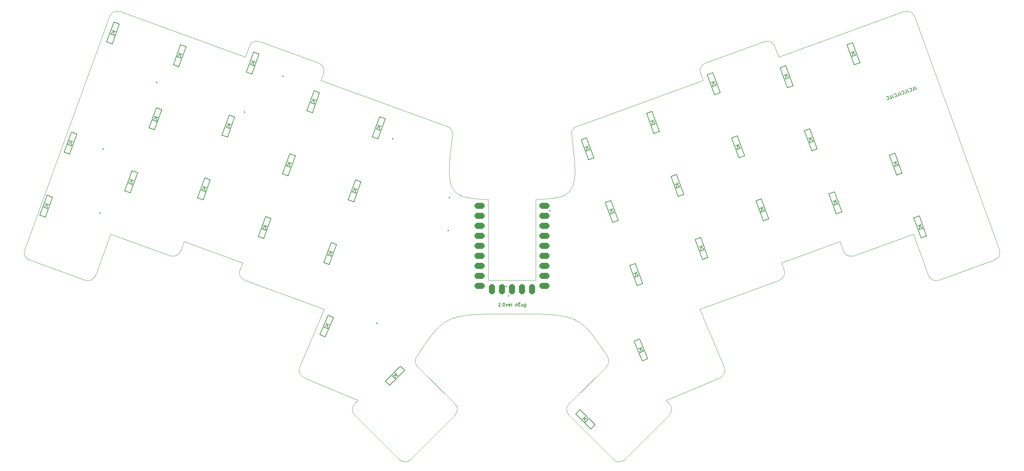
<source format=gbr>
%TF.GenerationSoftware,KiCad,Pcbnew,(6.0.11)*%
%TF.CreationDate,2023-05-16T20:57:37+09:00*%
%TF.ProjectId,gu34,67753334-2e6b-4696-9361-645f70636258,rev?*%
%TF.SameCoordinates,Original*%
%TF.FileFunction,Legend,Bot*%
%TF.FilePolarity,Positive*%
%FSLAX46Y46*%
G04 Gerber Fmt 4.6, Leading zero omitted, Abs format (unit mm)*
G04 Created by KiCad (PCBNEW (6.0.11)) date 2023-05-16 20:57:37*
%MOMM*%
%LPD*%
G01*
G04 APERTURE LIST*
G04 Aperture macros list*
%AMRoundRect*
0 Rectangle with rounded corners*
0 $1 Rounding radius*
0 $2 $3 $4 $5 $6 $7 $8 $9 X,Y pos of 4 corners*
0 Add a 4 corners polygon primitive as box body*
4,1,4,$2,$3,$4,$5,$6,$7,$8,$9,$2,$3,0*
0 Add four circle primitives for the rounded corners*
1,1,$1+$1,$2,$3*
1,1,$1+$1,$4,$5*
1,1,$1+$1,$6,$7*
1,1,$1+$1,$8,$9*
0 Add four rect primitives between the rounded corners*
20,1,$1+$1,$2,$3,$4,$5,0*
20,1,$1+$1,$4,$5,$6,$7,0*
20,1,$1+$1,$6,$7,$8,$9,0*
20,1,$1+$1,$8,$9,$2,$3,0*%
%AMRotRect*
0 Rectangle, with rotation*
0 The origin of the aperture is its center*
0 $1 length*
0 $2 width*
0 $3 Rotation angle, in degrees counterclockwise*
0 Add horizontal line*
21,1,$1,$2,0,0,$3*%
G04 Aperture macros list end*
%ADD10C,0.150000*%
%TA.AperFunction,Profile*%
%ADD11C,0.100000*%
%TD*%
%ADD12C,0.100000*%
%ADD13C,0.350000*%
%ADD14RotRect,1.300000X0.950000X250.000000*%
%ADD15C,3.400000*%
%ADD16C,1.700000*%
%ADD17C,2.000000*%
%ADD18RotRect,1.300000X0.950000X290.000000*%
%ADD19RotRect,1.300000X0.950000X225.000000*%
%ADD20RotRect,1.300000X0.950000X315.000000*%
%ADD21RotRect,1.300000X0.950000X293.000000*%
%ADD22RoundRect,0.400000X-0.900000X-0.400000X0.900000X-0.400000X0.900000X0.400000X-0.900000X0.400000X0*%
%ADD23RoundRect,0.400050X-0.899950X-0.400050X0.899950X-0.400050X0.899950X0.400050X-0.899950X0.400050X0*%
%ADD24RoundRect,0.400000X-0.400000X-0.900000X0.400000X-0.900000X0.400000X0.900000X-0.400000X0.900000X0*%
%ADD25RoundRect,0.393700X-0.393700X-0.906300X0.393700X-0.906300X0.393700X0.906300X-0.393700X0.906300X0*%
%ADD26RotRect,1.300000X0.950000X247.000000*%
G04 APERTURE END LIST*
D10*
X145464761Y-92058571D02*
X145464761Y-92706190D01*
X145502857Y-92782380D01*
X145540952Y-92820476D01*
X145617142Y-92858571D01*
X145731428Y-92858571D01*
X145807619Y-92820476D01*
X145464761Y-92553809D02*
X145540952Y-92591904D01*
X145693333Y-92591904D01*
X145769523Y-92553809D01*
X145807619Y-92515714D01*
X145845714Y-92439523D01*
X145845714Y-92210952D01*
X145807619Y-92134761D01*
X145769523Y-92096666D01*
X145693333Y-92058571D01*
X145540952Y-92058571D01*
X145464761Y-92096666D01*
X144740952Y-92058571D02*
X144740952Y-92591904D01*
X145083809Y-92058571D02*
X145083809Y-92477619D01*
X145045714Y-92553809D01*
X144969523Y-92591904D01*
X144855238Y-92591904D01*
X144779047Y-92553809D01*
X144740952Y-92515714D01*
X144436190Y-91791904D02*
X143940952Y-91791904D01*
X144207619Y-92096666D01*
X144093333Y-92096666D01*
X144017142Y-92134761D01*
X143979047Y-92172857D01*
X143940952Y-92249047D01*
X143940952Y-92439523D01*
X143979047Y-92515714D01*
X144017142Y-92553809D01*
X144093333Y-92591904D01*
X144321904Y-92591904D01*
X144398095Y-92553809D01*
X144436190Y-92515714D01*
X143255238Y-92058571D02*
X143255238Y-92591904D01*
X143445714Y-91753809D02*
X143636190Y-92325238D01*
X143140952Y-92325238D01*
X142226666Y-92591904D02*
X142226666Y-92058571D01*
X142226666Y-92210952D02*
X142188571Y-92134761D01*
X142150476Y-92096666D01*
X142074285Y-92058571D01*
X141998095Y-92058571D01*
X141426666Y-92553809D02*
X141502857Y-92591904D01*
X141655238Y-92591904D01*
X141731428Y-92553809D01*
X141769523Y-92477619D01*
X141769523Y-92172857D01*
X141731428Y-92096666D01*
X141655238Y-92058571D01*
X141502857Y-92058571D01*
X141426666Y-92096666D01*
X141388571Y-92172857D01*
X141388571Y-92249047D01*
X141769523Y-92325238D01*
X141121904Y-92058571D02*
X140931428Y-92591904D01*
X140740952Y-92058571D01*
X140283809Y-91791904D02*
X140207619Y-91791904D01*
X140131428Y-91830000D01*
X140093333Y-91868095D01*
X140055238Y-91944285D01*
X140017142Y-92096666D01*
X140017142Y-92287142D01*
X140055238Y-92439523D01*
X140093333Y-92515714D01*
X140131428Y-92553809D01*
X140207619Y-92591904D01*
X140283809Y-92591904D01*
X140360000Y-92553809D01*
X140398095Y-92515714D01*
X140436190Y-92439523D01*
X140474285Y-92287142D01*
X140474285Y-92096666D01*
X140436190Y-91944285D01*
X140398095Y-91868095D01*
X140360000Y-91830000D01*
X140283809Y-91791904D01*
X139674285Y-92515714D02*
X139636190Y-92553809D01*
X139674285Y-92591904D01*
X139712380Y-92553809D01*
X139674285Y-92515714D01*
X139674285Y-92591904D01*
X138874285Y-92591904D02*
X139331428Y-92591904D01*
X139102857Y-92591904D02*
X139102857Y-91791904D01*
X139179047Y-91906190D01*
X139255238Y-91982380D01*
X139331428Y-92020476D01*
X244342550Y-36854479D02*
X244537990Y-37391446D01*
X244612876Y-37485810D01*
X244710530Y-37531347D01*
X244830953Y-37528057D01*
X244902549Y-37501998D01*
X243900210Y-37866820D02*
X244258188Y-37736526D01*
X243984572Y-36984772D01*
X243193993Y-38042781D02*
X243242820Y-38065550D01*
X243363243Y-38062260D01*
X243434838Y-38036201D01*
X243529202Y-37961315D01*
X243574739Y-37863661D01*
X243584479Y-37779036D01*
X243568159Y-37622815D01*
X243529071Y-37515422D01*
X243441156Y-37385260D01*
X243379299Y-37326694D01*
X243281645Y-37281157D01*
X243161222Y-37284447D01*
X243089627Y-37310506D01*
X242995262Y-37385391D01*
X242972494Y-37434219D01*
X242409468Y-37558063D02*
X242604908Y-38095030D01*
X242679794Y-38189394D01*
X242777448Y-38234931D01*
X242897871Y-38231641D01*
X242969467Y-38205582D01*
X241967128Y-38570404D02*
X242325106Y-38440111D01*
X242051490Y-37688356D01*
X241260911Y-38746366D02*
X241309738Y-38769134D01*
X241430161Y-38765844D01*
X241501756Y-38739785D01*
X241596120Y-38664900D01*
X241641657Y-38567245D01*
X241651397Y-38482620D01*
X241635077Y-38326400D01*
X241595989Y-38219006D01*
X241508074Y-38088844D01*
X241446217Y-38030278D01*
X241348563Y-37984741D01*
X241228140Y-37988031D01*
X241156545Y-38014090D01*
X241062181Y-38088976D01*
X241039412Y-38137803D01*
X240476386Y-38261647D02*
X240671826Y-38798615D01*
X240746712Y-38892979D01*
X240844366Y-38938516D01*
X240964789Y-38935225D01*
X241036385Y-38909167D01*
X240034046Y-39273988D02*
X240392024Y-39143695D01*
X240118408Y-38391941D01*
X239327829Y-39449950D02*
X239376656Y-39472719D01*
X239497079Y-39469428D01*
X239568674Y-39443370D01*
X239663039Y-39368484D01*
X239708575Y-39270830D01*
X239718315Y-39186205D01*
X239701995Y-39029984D01*
X239662907Y-38922591D01*
X239574992Y-38792429D01*
X239513135Y-38733862D01*
X239415481Y-38688325D01*
X239295058Y-38691616D01*
X239223463Y-38717674D01*
X239129099Y-38792560D01*
X239106330Y-38841387D01*
X238543304Y-38965232D02*
X238738744Y-39502199D01*
X238813630Y-39596563D01*
X238911284Y-39642100D01*
X239031707Y-39638810D01*
X239103303Y-39612751D01*
X238100964Y-39977573D02*
X238458942Y-39847279D01*
X238185326Y-39095525D01*
X237394747Y-40153534D02*
X237443574Y-40176303D01*
X237563997Y-40173013D01*
X237635592Y-40146954D01*
X237729957Y-40072068D01*
X237775493Y-39974414D01*
X237785233Y-39889789D01*
X237768913Y-39733568D01*
X237729825Y-39626175D01*
X237641910Y-39496013D01*
X237580053Y-39437447D01*
X237482399Y-39391910D01*
X237361976Y-39395200D01*
X237290381Y-39421259D01*
X237196017Y-39496144D01*
X237173248Y-39544972D01*
D11*
X210582773Y-81577077D02*
X211252397Y-83416855D01*
X88494956Y-108075051D02*
G75*
G03*
X89554561Y-110697548I1841044J-781449D01*
G01*
X95346573Y-113156111D02*
X103289125Y-116527525D01*
X78322834Y-25428801D02*
G75*
G03*
X75759393Y-26624187I-684034J-1879399D01*
G01*
X42954792Y-17793857D02*
G75*
G03*
X40391368Y-18989196I-684042J-1879383D01*
G01*
D12*
X166485012Y-105404977D02*
X165843422Y-104418288D01*
X165235255Y-103493247D01*
X164656430Y-102627865D01*
X164102870Y-101820152D01*
X163570495Y-101068122D01*
X163055227Y-100369784D01*
X162552988Y-99723150D01*
X162059698Y-99126231D01*
X161571279Y-98577040D01*
X161083652Y-98073587D01*
X160592739Y-97613884D01*
X160094461Y-97195942D01*
X159584739Y-96817772D01*
X159059494Y-96477386D01*
X158514648Y-96172795D01*
X157946123Y-95902011D01*
X157349839Y-95663045D01*
X156721718Y-95453908D01*
X156057681Y-95272612D01*
X155353649Y-95117168D01*
X154605545Y-94985587D01*
X153809288Y-94875882D01*
X152960801Y-94786062D01*
X152056005Y-94714140D01*
X151090820Y-94658127D01*
X150061169Y-94616035D01*
X148962973Y-94585874D01*
X147792153Y-94565656D01*
X146544630Y-94553393D01*
X145216326Y-94547096D01*
X143803162Y-94544776D01*
X142301060Y-94544445D01*
D11*
X241647326Y-17793851D02*
X209842120Y-29370000D01*
X148301060Y-86044445D02*
X142301060Y-86044445D01*
X36782901Y-84795311D02*
X40599548Y-74309162D01*
X78322819Y-25428843D02*
X93357901Y-30901165D01*
X244002572Y-74309162D02*
X228850905Y-79823917D01*
D12*
X127212923Y-49078253D02*
X127059566Y-50372382D01*
X126918517Y-51596863D01*
X126791366Y-52753624D01*
X126679703Y-53844590D01*
X126585120Y-54871688D01*
X126509208Y-55836845D01*
X126453558Y-56741987D01*
X126419761Y-57589040D01*
X126409407Y-58379931D01*
X126424088Y-59116586D01*
X126465395Y-59800932D01*
X126534919Y-60434895D01*
X126634251Y-61020401D01*
X126764981Y-61559378D01*
X126928701Y-62053752D01*
X127127002Y-62505448D01*
X127361475Y-62916394D01*
X127633710Y-63288516D01*
X127945300Y-63623740D01*
X128297834Y-63923993D01*
X128692904Y-64191201D01*
X129132100Y-64427291D01*
X129617015Y-64634190D01*
X130149238Y-64813823D01*
X130730361Y-64968117D01*
X131361975Y-65098999D01*
X132045670Y-65208394D01*
X132783039Y-65298230D01*
X133575671Y-65370434D01*
X134425157Y-65426930D01*
X135333090Y-65469647D01*
X136301060Y-65500510D01*
D11*
X210057037Y-85980237D02*
G75*
G03*
X211252397Y-83416855I-683937J1879337D01*
G01*
X136301060Y-65544445D02*
X136301060Y-65500510D01*
X168042215Y-131541016D02*
G75*
G03*
X170870642Y-131541016I1414214J1414215D01*
G01*
X113731478Y-131541016D02*
G75*
G03*
X116559905Y-131541016I1414214J1414215D01*
G01*
X195047559Y-110697548D02*
X189255547Y-113156111D01*
X74019347Y-81577077D02*
X73349723Y-83416855D01*
X148301060Y-65544445D02*
X148301060Y-86044445D01*
X89554561Y-110697548D02*
X95346573Y-113156111D01*
X40391368Y-18989196D02*
X18819580Y-78257197D01*
X94553246Y-33464590D02*
X93883621Y-35304368D01*
X189850290Y-93334940D02*
X196107106Y-108075076D01*
X118117153Y-105405006D02*
G75*
G03*
X118381403Y-107906670I1678447J-1087494D01*
G01*
X247819286Y-84795286D02*
G75*
G03*
X250382644Y-85990656I1879314J683886D01*
G01*
X264587195Y-80820622D02*
X250382644Y-85990656D01*
X93883621Y-35304368D02*
X125911108Y-46961420D01*
X206279301Y-25428843D02*
X191244219Y-30901165D01*
X136301060Y-86044445D02*
X142301060Y-86044445D01*
X103289125Y-116527525D02*
X102417769Y-117398880D01*
X20014925Y-80820622D02*
X34219476Y-85990656D01*
X191244209Y-30901138D02*
G75*
G03*
X190048874Y-33464590I683991J-1879362D01*
G01*
X182184351Y-120227307D02*
X170870642Y-131541016D01*
X156728507Y-117398880D02*
X166220717Y-107906670D01*
X94751830Y-93334940D02*
X88495014Y-108075076D01*
X168042215Y-131541016D02*
X156728507Y-120227307D01*
X210057053Y-85980280D02*
X189850290Y-93334940D01*
X148301060Y-65544445D02*
X148301060Y-65500510D01*
X189255547Y-113156111D02*
X181312995Y-116527525D01*
X94553328Y-33464620D02*
G75*
G03*
X93357901Y-30901165I-1879428J684020D01*
G01*
X182184357Y-120227313D02*
G75*
G03*
X182184351Y-117398880I-1414257J1414213D01*
G01*
X181312995Y-116527525D02*
X182184351Y-117398880D01*
X190048874Y-33464590D02*
X190718499Y-35304368D01*
X18819555Y-78257188D02*
G75*
G03*
X20014925Y-80820622I1879445J-684012D01*
G01*
X42954794Y-17793851D02*
X74760000Y-29370000D01*
X247819219Y-84795311D02*
X244002572Y-74309162D01*
X209842120Y-29370000D02*
X208842727Y-26624187D01*
X226287480Y-78628572D02*
X225398009Y-76184772D01*
X116559905Y-131541016D02*
X127873613Y-120227307D01*
X59204111Y-76184772D02*
X74019347Y-81577077D01*
X208842782Y-26624167D02*
G75*
G03*
X206279301Y-25428843I-1879382J-684033D01*
G01*
X244210828Y-18989168D02*
G75*
G03*
X241647326Y-17793851I-1879428J-684132D01*
G01*
X40599548Y-74309162D02*
X55751215Y-79823917D01*
X225398009Y-76184772D02*
X210582773Y-81577077D01*
X34219463Y-85990692D02*
G75*
G03*
X36782901Y-84795311I684037J1879392D01*
G01*
X136301060Y-65544445D02*
X136301060Y-86044445D01*
D12*
X157389197Y-49078253D02*
X157542553Y-50372382D01*
X157683602Y-51596863D01*
X157810753Y-52753624D01*
X157922416Y-53844590D01*
X158016999Y-54871688D01*
X158092911Y-55836845D01*
X158148561Y-56741987D01*
X158182358Y-57589040D01*
X158192712Y-58379931D01*
X158178031Y-59116586D01*
X158136724Y-59800932D01*
X158067200Y-60434895D01*
X157967868Y-61020401D01*
X157837138Y-61559378D01*
X157673418Y-62053752D01*
X157475117Y-62505448D01*
X157240644Y-62916394D01*
X156968409Y-63288516D01*
X156656819Y-63623740D01*
X156304285Y-63923993D01*
X155909215Y-64191201D01*
X155470019Y-64427291D01*
X154985104Y-64634190D01*
X154452881Y-64813823D01*
X153871758Y-64968117D01*
X153240144Y-65098999D01*
X152556449Y-65208394D01*
X151819080Y-65298230D01*
X151026448Y-65370434D01*
X150176962Y-65426930D01*
X149269029Y-65469647D01*
X148301060Y-65500510D01*
D11*
X244210752Y-18989196D02*
X265782540Y-78257197D01*
X127873613Y-117398880D02*
X118381403Y-107906670D01*
X127873619Y-120227313D02*
G75*
G03*
X127873613Y-117398880I-1414219J1414213D01*
G01*
X264587170Y-80820552D02*
G75*
G03*
X265782540Y-78257197I-683970J1879352D01*
G01*
X158691035Y-46961484D02*
G75*
G03*
X157389197Y-49078253I684065J-1879416D01*
G01*
X74760000Y-29370000D02*
X75759393Y-26624187D01*
X195047539Y-110697500D02*
G75*
G03*
X196107106Y-108075076I-781439J1841000D01*
G01*
X156728513Y-117398886D02*
G75*
G03*
X156728507Y-120227307I1414187J-1414214D01*
G01*
X166220677Y-107906630D02*
G75*
G03*
X166485012Y-105404977I-1414277J1414230D01*
G01*
D12*
X118117108Y-105404977D02*
X118758697Y-104418288D01*
X119366864Y-103493247D01*
X119945689Y-102627865D01*
X120499249Y-101820152D01*
X121031624Y-101068122D01*
X121546892Y-100369784D01*
X122049131Y-99723150D01*
X122542421Y-99126231D01*
X123030840Y-98577040D01*
X123518467Y-98073587D01*
X124009380Y-97613884D01*
X124507658Y-97195942D01*
X125017380Y-96817772D01*
X125542625Y-96477386D01*
X126087471Y-96172795D01*
X126655996Y-95902011D01*
X127252280Y-95663045D01*
X127880401Y-95453908D01*
X128544438Y-95272612D01*
X129248470Y-95117168D01*
X129996574Y-94985587D01*
X130792831Y-94875882D01*
X131641318Y-94786062D01*
X132546115Y-94714140D01*
X133511299Y-94658127D01*
X134540950Y-94616035D01*
X135639146Y-94585874D01*
X136809966Y-94565656D01*
X138057489Y-94553393D01*
X139385793Y-94547096D01*
X140798957Y-94544776D01*
X142301060Y-94544445D01*
D11*
X102417775Y-117398886D02*
G75*
G03*
X102417769Y-120227307I1414225J-1414214D01*
G01*
X55751241Y-79823845D02*
G75*
G03*
X58314640Y-78628572I684059J1879345D01*
G01*
X58314640Y-78628572D02*
X59204111Y-76184772D01*
X127212938Y-49078255D02*
G75*
G03*
X125911108Y-46961420I-1985838J237455D01*
G01*
X190718499Y-35304368D02*
X158691012Y-46961420D01*
X102417769Y-120227307D02*
X113731478Y-131541016D01*
X226287504Y-78628563D02*
G75*
G03*
X228850905Y-79823917I1879396J684063D01*
G01*
X74545067Y-85980280D02*
X94751830Y-93334940D01*
X73349724Y-83416855D02*
G75*
G03*
X74545067Y-85980280I1879376J-684045D01*
G01*
D10*
%TO.C,D2*%
X57911315Y-31803685D02*
X59758224Y-26729345D01*
X58428836Y-29650856D02*
X57489144Y-29308836D01*
X57489144Y-29308836D02*
X58266808Y-28634123D01*
X58266808Y-28634123D02*
X58428836Y-29650856D01*
X58348685Y-26216315D02*
X56501776Y-31290655D01*
X56501776Y-31290655D02*
X57911315Y-31803685D01*
X59758224Y-26729345D02*
X58348685Y-26216315D01*
X58770856Y-28711164D02*
X57831164Y-28369144D01*
%TO.C,D3*%
X76391315Y-33703685D02*
X78238224Y-28629345D01*
X75969144Y-31208836D02*
X76746808Y-30534123D01*
X76908836Y-31550856D02*
X75969144Y-31208836D01*
X78238224Y-28629345D02*
X76828685Y-28116315D01*
X77250856Y-30611164D02*
X76311164Y-30269144D01*
X76828685Y-28116315D02*
X74981776Y-33190655D01*
X74981776Y-33190655D02*
X76391315Y-33703685D01*
X76746808Y-30534123D02*
X76908836Y-31550856D01*
%TO.C,D30*%
X246330856Y-72788836D02*
X245391164Y-73130856D01*
X245471315Y-69696315D02*
X244061776Y-70209345D01*
X247318224Y-74770655D02*
X245471315Y-69696315D01*
X245908685Y-75283685D02*
X247318224Y-74770655D01*
X245553192Y-72114123D02*
X246330856Y-72788836D01*
X245391164Y-73130856D02*
X245553192Y-72114123D01*
X245988836Y-71849144D02*
X245049144Y-72191164D01*
X244061776Y-70209345D02*
X245908685Y-75283685D01*
%TO.C,D32*%
X111962893Y-110280000D02*
X112952843Y-109997157D01*
X111291142Y-112719518D02*
X115109518Y-108901142D01*
X112952843Y-109997157D02*
X112670000Y-110987107D01*
X115109518Y-108901142D02*
X114048858Y-107840482D01*
X113377107Y-110280000D02*
X112670000Y-109572893D01*
X112670000Y-110987107D02*
X111962893Y-110280000D01*
X110230482Y-111658858D02*
X111291142Y-112719518D01*
X114048858Y-107840482D02*
X110230482Y-111658858D01*
%TO.C,D1*%
X41870856Y-22931164D02*
X40931164Y-22589144D01*
X41448685Y-20436315D02*
X39601776Y-25510655D01*
X41011315Y-26023685D02*
X42858224Y-20949345D01*
X40589144Y-23528836D02*
X41366808Y-22854123D01*
X39601776Y-25510655D02*
X41011315Y-26023685D01*
X41528836Y-23870856D02*
X40589144Y-23528836D01*
X42858224Y-20949345D02*
X41448685Y-20436315D01*
X41366808Y-22854123D02*
X41528836Y-23870856D01*
%TO.C,D16*%
X165941776Y-66279345D02*
X167788685Y-71353685D01*
X167351315Y-65766315D02*
X165941776Y-66279345D01*
X169198224Y-70840655D02*
X167351315Y-65766315D01*
X167433192Y-68184123D02*
X168210856Y-68858836D01*
X167271164Y-69200856D02*
X167433192Y-68184123D01*
X167868836Y-67919144D02*
X166929144Y-68261164D01*
X168210856Y-68858836D02*
X167271164Y-69200856D01*
X167788685Y-71353685D02*
X169198224Y-70840655D01*
%TO.C,D22*%
X46108836Y-61680856D02*
X45169144Y-61338836D01*
X46028685Y-58246315D02*
X44181776Y-63320655D01*
X45591315Y-63833685D02*
X47438224Y-58759345D01*
X45169144Y-61338836D02*
X45946808Y-60664123D01*
X46450856Y-60741164D02*
X45511164Y-60399144D01*
X44181776Y-63320655D02*
X45591315Y-63833685D01*
X47438224Y-58759345D02*
X46028685Y-58246315D01*
X45946808Y-60664123D02*
X46108836Y-61680856D01*
%TO.C,D33*%
X160627157Y-121047157D02*
X161617107Y-121330000D01*
X160910000Y-122037107D02*
X160627157Y-121047157D01*
X163349518Y-122708858D02*
X159531142Y-118890482D01*
X158470482Y-119951142D02*
X162288858Y-123769518D01*
X162288858Y-123769518D02*
X163349518Y-122708858D01*
X159531142Y-118890482D02*
X158470482Y-119951142D01*
X160910000Y-120622893D02*
X160202893Y-121330000D01*
X161617107Y-121330000D02*
X160910000Y-122037107D01*
%TO.C,D23*%
X64900856Y-62531164D02*
X63961164Y-62189144D01*
X64041315Y-65623685D02*
X65888224Y-60549345D01*
X64396808Y-62454123D02*
X64558836Y-63470856D01*
X64478685Y-60036315D02*
X62631776Y-65110655D01*
X65888224Y-60549345D02*
X64478685Y-60036315D01*
X63619144Y-63128836D02*
X64396808Y-62454123D01*
X64558836Y-63470856D02*
X63619144Y-63128836D01*
X62631776Y-65110655D02*
X64041315Y-65623685D01*
%TO.C,D25*%
X95599144Y-79558836D02*
X96376808Y-78884123D01*
X94611776Y-81540655D02*
X96021315Y-82053685D01*
X96880856Y-78961164D02*
X95941164Y-78619144D01*
X96021315Y-82053685D02*
X97868224Y-76979345D01*
X97868224Y-76979345D02*
X96458685Y-76466315D01*
X96458685Y-76466315D02*
X94611776Y-81540655D01*
X96376808Y-78884123D02*
X96538836Y-79900856D01*
X96538836Y-79900856D02*
X95599144Y-79558836D01*
%TO.C,D12*%
X52600856Y-44741164D02*
X51661164Y-44399144D01*
X51319144Y-45338836D02*
X52096808Y-44664123D01*
X51741315Y-47833685D02*
X53588224Y-42759345D01*
X52258836Y-45680856D02*
X51319144Y-45338836D01*
X50331776Y-47320655D02*
X51741315Y-47833685D01*
X52096808Y-44664123D02*
X52258836Y-45680856D01*
X53588224Y-42759345D02*
X52178685Y-42246315D01*
X52178685Y-42246315D02*
X50331776Y-47320655D01*
%TO.C,D19*%
X218640856Y-50678836D02*
X217701164Y-51020856D01*
X219628224Y-52660655D02*
X217781315Y-47586315D01*
X217863192Y-50004123D02*
X218640856Y-50678836D01*
X217781315Y-47586315D02*
X216371776Y-48099345D01*
X217701164Y-51020856D02*
X217863192Y-50004123D01*
X218218685Y-53173685D02*
X219628224Y-52660655D01*
X218298836Y-49739144D02*
X217359144Y-50081164D01*
X216371776Y-48099345D02*
X218218685Y-53173685D01*
%TO.C,D34*%
X175625618Y-103994887D02*
X174705113Y-104385618D01*
X174705113Y-104385618D02*
X174813708Y-103361798D01*
X174813708Y-103361798D02*
X175625618Y-103994887D01*
X175334595Y-106508411D02*
X176715353Y-105922315D01*
X176715353Y-105922315D02*
X174605405Y-100951589D01*
X173224647Y-101537685D02*
X175334595Y-106508411D01*
X175234887Y-103074382D02*
X174314382Y-103465113D01*
X174605405Y-100951589D02*
X173224647Y-101537685D01*
%TO.C,D21*%
X24930856Y-66891164D02*
X23991164Y-66549144D01*
X24508685Y-64396315D02*
X22661776Y-69470655D01*
X25918224Y-64909345D02*
X24508685Y-64396315D01*
X24071315Y-69983685D02*
X25918224Y-64909345D01*
X24426808Y-66814123D02*
X24588836Y-67830856D01*
X23649144Y-67488836D02*
X24426808Y-66814123D01*
X22661776Y-69470655D02*
X24071315Y-69983685D01*
X24588836Y-67830856D02*
X23649144Y-67488836D01*
%TO.C,D20*%
X240150856Y-56828836D02*
X239211164Y-57170856D01*
X239728685Y-59323685D02*
X241138224Y-58810655D01*
X239291315Y-53736315D02*
X237881776Y-54249345D01*
X237881776Y-54249345D02*
X239728685Y-59323685D01*
X239211164Y-57170856D02*
X239373192Y-56154123D01*
X241138224Y-58810655D02*
X239291315Y-53736315D01*
X239373192Y-56154123D02*
X240150856Y-56828836D01*
X239808836Y-55889144D02*
X238869144Y-56231164D01*
%TO.C,D14*%
X84171776Y-58960655D02*
X85581315Y-59473685D01*
X85936808Y-56304123D02*
X86098836Y-57320856D01*
X85159144Y-56978836D02*
X85936808Y-56304123D01*
X86018685Y-53886315D02*
X84171776Y-58960655D01*
X87428224Y-54399345D02*
X86018685Y-53886315D01*
X86098836Y-57320856D02*
X85159144Y-56978836D01*
X86440856Y-56381164D02*
X85501164Y-56039144D01*
X85581315Y-59473685D02*
X87428224Y-54399345D01*
%TO.C,D27*%
X191958224Y-80240655D02*
X190111315Y-75166315D01*
X190193192Y-77584123D02*
X190970856Y-78258836D01*
X190548685Y-80753685D02*
X191958224Y-80240655D01*
X190111315Y-75166315D02*
X188701776Y-75679345D01*
X190628836Y-77319144D02*
X189689144Y-77661164D01*
X190970856Y-78258836D02*
X190031164Y-78600856D01*
X190031164Y-78600856D02*
X190193192Y-77584123D01*
X188701776Y-75679345D02*
X190548685Y-80753685D01*
%TO.C,D24*%
X79868685Y-69846315D02*
X78021776Y-74920655D01*
X79786808Y-72264123D02*
X79948836Y-73280856D01*
X79948836Y-73280856D02*
X79009144Y-72938836D01*
X79009144Y-72938836D02*
X79786808Y-72264123D01*
X81278224Y-70359345D02*
X79868685Y-69846315D01*
X80290856Y-72341164D02*
X79351164Y-71999144D01*
X78021776Y-74920655D02*
X79431315Y-75433685D01*
X79431315Y-75433685D02*
X81278224Y-70359345D01*
%TO.C,D5*%
X109200856Y-47011164D02*
X108261164Y-46669144D01*
X107919144Y-47608836D02*
X108696808Y-46934123D01*
X108696808Y-46934123D02*
X108858836Y-47950856D01*
X106931776Y-49590655D02*
X108341315Y-50103685D01*
X108341315Y-50103685D02*
X110188224Y-45029345D01*
X110188224Y-45029345D02*
X108778685Y-44516315D01*
X108778685Y-44516315D02*
X106931776Y-49590655D01*
X108858836Y-47950856D02*
X107919144Y-47608836D01*
%TO.C,D28*%
X206350856Y-68428836D02*
X205411164Y-68770856D01*
X204081776Y-65849345D02*
X205928685Y-70923685D01*
X205928685Y-70923685D02*
X207338224Y-70410655D01*
X205411164Y-68770856D02*
X205573192Y-67754123D01*
X205573192Y-67754123D02*
X206350856Y-68428836D01*
X205491315Y-65336315D02*
X204081776Y-65849345D01*
X207338224Y-70410655D02*
X205491315Y-65336315D01*
X206008836Y-67489144D02*
X205069144Y-67831164D01*
%TO.C,D6*%
X161211315Y-49836315D02*
X159801776Y-50349345D01*
X161648685Y-55423685D02*
X163058224Y-54910655D01*
X162070856Y-52928836D02*
X161131164Y-53270856D01*
X161131164Y-53270856D02*
X161293192Y-52254123D01*
X161293192Y-52254123D02*
X162070856Y-52928836D01*
X163058224Y-54910655D02*
X161211315Y-49836315D01*
X161728836Y-51989144D02*
X160789144Y-52331164D01*
X159801776Y-50349345D02*
X161648685Y-55423685D01*
%TO.C,D11*%
X29809144Y-51508836D02*
X30586808Y-50834123D01*
X28821776Y-53490655D02*
X30231315Y-54003685D01*
X30668685Y-48416315D02*
X28821776Y-53490655D01*
X31090856Y-50911164D02*
X30151164Y-50569144D01*
X32078224Y-48929345D02*
X30668685Y-48416315D01*
X30586808Y-50834123D02*
X30748836Y-51850856D01*
X30231315Y-54003685D02*
X32078224Y-48929345D01*
X30748836Y-51850856D02*
X29809144Y-51508836D01*
%TO.C,D26*%
X172121776Y-82309345D02*
X173968685Y-87383685D01*
X173451164Y-85230856D02*
X173613192Y-84214123D01*
X174048836Y-83949144D02*
X173109144Y-84291164D01*
X173613192Y-84214123D02*
X174390856Y-84888836D01*
X173968685Y-87383685D02*
X175378224Y-86870655D01*
X174390856Y-84888836D02*
X173451164Y-85230856D01*
X175378224Y-86870655D02*
X173531315Y-81796315D01*
X173531315Y-81796315D02*
X172121776Y-82309345D01*
%TO.C,D13*%
X70221315Y-49663685D02*
X72068224Y-44589345D01*
X68811776Y-49150655D02*
X70221315Y-49663685D01*
X72068224Y-44589345D02*
X70658685Y-44076315D01*
X70658685Y-44076315D02*
X68811776Y-49150655D01*
X70576808Y-46494123D02*
X70738836Y-47510856D01*
X71080856Y-46571164D02*
X70141164Y-46229144D01*
X70738836Y-47510856D02*
X69799144Y-47168836D01*
X69799144Y-47168836D02*
X70576808Y-46494123D01*
%TO.C,D8*%
X195028224Y-38440655D02*
X193181315Y-33366315D01*
X191771776Y-33879345D02*
X193618685Y-38953685D01*
X193263192Y-35784123D02*
X194040856Y-36458836D01*
X193698836Y-35519144D02*
X192759144Y-35861164D01*
X193618685Y-38953685D02*
X195028224Y-38440655D01*
X194040856Y-36458836D02*
X193101164Y-36800856D01*
X193181315Y-33366315D02*
X191771776Y-33879345D01*
X193101164Y-36800856D02*
X193263192Y-35784123D01*
%TO.C,D17*%
X183901164Y-62630856D02*
X184063192Y-61614123D01*
X183981315Y-59196315D02*
X182571776Y-59709345D01*
X184063192Y-61614123D02*
X184840856Y-62288836D01*
X184840856Y-62288836D02*
X183901164Y-62630856D01*
X184418685Y-64783685D02*
X185828224Y-64270655D01*
X184498836Y-61349144D02*
X183559144Y-61691164D01*
X185828224Y-64270655D02*
X183981315Y-59196315D01*
X182571776Y-59709345D02*
X184418685Y-64783685D01*
%TO.C,D9*%
X212500856Y-34648836D02*
X211561164Y-34990856D01*
X212158836Y-33709144D02*
X211219144Y-34051164D01*
X211641315Y-31556315D02*
X210231776Y-32069345D01*
X210231776Y-32069345D02*
X212078685Y-37143685D01*
X213488224Y-36630655D02*
X211641315Y-31556315D01*
X211723192Y-33974123D02*
X212500856Y-34648836D01*
X211561164Y-34990856D02*
X211723192Y-33974123D01*
X212078685Y-37143685D02*
X213488224Y-36630655D01*
%TO.C,D4*%
X91299144Y-40988836D02*
X92076808Y-40314123D01*
X92580856Y-40391164D02*
X91641164Y-40049144D01*
X92158685Y-37896315D02*
X90311776Y-42970655D01*
X91721315Y-43483685D02*
X93568224Y-38409345D01*
X92076808Y-40314123D02*
X92238836Y-41330856D01*
X93568224Y-38409345D02*
X92158685Y-37896315D01*
X92238836Y-41330856D02*
X91299144Y-40988836D01*
X90311776Y-42970655D02*
X91721315Y-43483685D01*
%TO.C,D7*%
X177883192Y-45614123D02*
X178660856Y-46288836D01*
X176391776Y-43709345D02*
X178238685Y-48783685D01*
X177721164Y-46630856D02*
X177883192Y-45614123D01*
X179648224Y-48270655D02*
X177801315Y-43196315D01*
X178660856Y-46288836D02*
X177721164Y-46630856D01*
X177801315Y-43196315D02*
X176391776Y-43709345D01*
X178238685Y-48783685D02*
X179648224Y-48270655D01*
X178318836Y-45349144D02*
X177379144Y-45691164D01*
%TO.C,D29*%
X224083192Y-65964123D02*
X224860856Y-66638836D01*
X224518836Y-65699144D02*
X223579144Y-66041164D01*
X224001315Y-63546315D02*
X222591776Y-64059345D01*
X223921164Y-66980856D02*
X224083192Y-65964123D01*
X224438685Y-69133685D02*
X225848224Y-68620655D01*
X225848224Y-68620655D02*
X224001315Y-63546315D01*
X224860856Y-66638836D02*
X223921164Y-66980856D01*
X222591776Y-64059345D02*
X224438685Y-69133685D01*
%TO.C,D18*%
X199798685Y-54973685D02*
X201208224Y-54460655D01*
X201208224Y-54460655D02*
X199361315Y-49386315D01*
X199878836Y-51539144D02*
X198939144Y-51881164D01*
X199361315Y-49386315D02*
X197951776Y-49899345D01*
X197951776Y-49899345D02*
X199798685Y-54973685D01*
X199443192Y-51804123D02*
X200220856Y-52478836D01*
X200220856Y-52478836D02*
X199281164Y-52820856D01*
X199281164Y-52820856D02*
X199443192Y-51804123D01*
%TO.C,D31*%
X95634887Y-98305618D02*
X94714382Y-97914887D01*
X94714382Y-97914887D02*
X95526292Y-97281798D01*
X95005405Y-100428411D02*
X97115353Y-95457685D01*
X95734595Y-94871589D02*
X93624647Y-99842315D01*
X93624647Y-99842315D02*
X95005405Y-100428411D01*
X96025618Y-97385113D02*
X95105113Y-96994382D01*
X95526292Y-97281798D02*
X95634887Y-98305618D01*
X97115353Y-95457685D02*
X95734595Y-94871589D01*
%TO.C,D10*%
X228663192Y-28174123D02*
X229440856Y-28848836D01*
X229440856Y-28848836D02*
X228501164Y-29190856D01*
X228501164Y-29190856D02*
X228663192Y-28174123D01*
X229018685Y-31343685D02*
X230428224Y-30830655D01*
X227171776Y-26269345D02*
X229018685Y-31343685D01*
X230428224Y-30830655D02*
X228581315Y-25756315D01*
X229098836Y-27909144D02*
X228159144Y-28251164D01*
X228581315Y-25756315D02*
X227171776Y-26269345D01*
%TO.C,D15*%
X104068224Y-61009345D02*
X102658685Y-60496315D01*
X100811776Y-65570655D02*
X102221315Y-66083685D01*
X101799144Y-63588836D02*
X102576808Y-62914123D01*
X102576808Y-62914123D02*
X102738836Y-63930856D01*
X102738836Y-63930856D02*
X101799144Y-63588836D01*
X103080856Y-62991164D02*
X102141164Y-62649144D01*
X102658685Y-60496315D02*
X100811776Y-65570655D01*
X102221315Y-66083685D02*
X104068224Y-61009345D01*
%TD*%
D13*
X151897037Y-68405000D03*
X141355811Y-90007780D03*
X140898100Y-87580000D03*
X52260000Y-35780000D03*
X112100000Y-50080000D03*
X38650000Y-52720000D03*
X126460000Y-65040000D03*
X108090000Y-96910000D03*
X37900000Y-68980000D03*
X74540000Y-43300000D03*
X126090000Y-73370000D03*
X84280000Y-34260000D03*
X208340000Y-53540000D03*
X203171691Y-55421111D03*
X213508309Y-51658889D03*
X210357919Y-59084186D03*
X204941213Y-58820933D03*
X173329087Y-114950913D03*
X165550913Y-122729087D03*
X169440000Y-118840000D03*
X173611930Y-123011930D03*
X168591472Y-125062540D03*
X186790000Y-47350000D03*
X191958309Y-45468889D03*
X181621691Y-49231111D03*
X188807919Y-52894186D03*
X183391213Y-52630933D03*
X181508309Y-68048889D03*
X176340000Y-69930000D03*
X171171691Y-71811111D03*
X178357919Y-75474186D03*
X172941213Y-75210933D03*
X231928309Y-49858889D03*
X226760000Y-51740000D03*
X221591691Y-53621111D03*
X228777919Y-57284186D03*
X223361213Y-57020933D03*
X105902777Y-106779021D03*
X95777223Y-102480979D03*
X100840000Y-104630000D03*
X98534686Y-110060979D03*
X94752697Y-106174263D03*
X63970000Y-35690000D03*
X58801691Y-33808889D03*
X69138309Y-37571111D03*
X61952081Y-41234186D03*
X57971860Y-37550731D03*
X47060000Y-29910000D03*
X41891691Y-28028889D03*
X52228309Y-31791111D03*
X45042081Y-35454186D03*
X41061860Y-31770731D03*
X119568309Y-55861111D03*
X109231691Y-52098889D03*
X114400000Y-53980000D03*
X112382081Y-59524186D03*
X108401860Y-55840731D03*
X214481691Y-69491111D03*
X219650000Y-67610000D03*
X209313382Y-71372222D03*
X216499610Y-75035297D03*
X211082904Y-74772044D03*
X204248309Y-77448889D03*
X199080000Y-79330000D03*
X193911691Y-81211111D03*
X201097919Y-84874186D03*
X195681213Y-84610933D03*
X35288309Y-75751111D03*
X24951691Y-71988889D03*
X30120000Y-73870000D03*
X28102081Y-79414186D03*
X24121860Y-75730731D03*
X96921691Y-84058889D03*
X107258309Y-87821111D03*
X102090000Y-85940000D03*
X100072081Y-91484186D03*
X96091860Y-87800731D03*
X119039087Y-122689087D03*
X115150000Y-118800000D03*
X111260913Y-114910913D03*
X110978070Y-122971930D03*
X108927460Y-117951472D03*
X36280000Y-57900000D03*
X31111691Y-56018889D03*
X41448309Y-59781111D03*
X34262081Y-63444186D03*
X30281860Y-59760731D03*
X91640000Y-63360000D03*
X96808309Y-65241111D03*
X86471691Y-61478889D03*
X89622081Y-68904186D03*
X85641860Y-65220731D03*
X82450000Y-37580000D03*
X77281691Y-35698889D03*
X87618309Y-39461111D03*
X80432081Y-43124186D03*
X76451860Y-39440731D03*
X62979637Y-53595866D03*
X57811328Y-51714755D03*
X52643019Y-49833644D03*
X55793409Y-57258941D03*
X51813188Y-53575486D03*
X215471691Y-37611111D03*
X220640000Y-35730000D03*
X225808309Y-33848889D03*
X222657919Y-41274186D03*
X217241213Y-41010933D03*
X253448309Y-56008889D03*
X248280000Y-57890000D03*
X243111691Y-59771111D03*
X250297919Y-63434186D03*
X244881213Y-63170933D03*
X103101691Y-68078889D03*
X113438309Y-71841111D03*
X108270000Y-69960000D03*
X106252081Y-75504186D03*
X102271860Y-71820731D03*
X149905000Y-67135000D03*
X149905000Y-69675000D03*
X149905000Y-72215000D03*
X149905000Y-74755000D03*
X149905000Y-77295000D03*
X149905000Y-79835000D03*
X149905000Y-82375000D03*
X149905000Y-84915000D03*
X149905000Y-87455000D03*
X147365000Y-87665000D03*
X144825000Y-87665000D03*
X142285000Y-87665000D03*
X139745000Y-87665000D03*
X137205000Y-87665000D03*
X134665000Y-87455000D03*
X134665000Y-84915000D03*
X134665000Y-82375000D03*
X134665000Y-79835000D03*
X134665000Y-77295000D03*
X134665000Y-74755000D03*
X134665000Y-72215000D03*
X134665000Y-69675000D03*
X134665000Y-67135000D03*
X183780000Y-104630000D03*
X188842777Y-102480979D03*
X178717223Y-106779021D03*
X186085314Y-110060979D03*
X180662254Y-110081574D03*
X56828309Y-69591111D03*
X51660000Y-67710000D03*
X46491691Y-65828889D03*
X49642081Y-73254186D03*
X45661860Y-69570731D03*
X202170000Y-37540000D03*
X197001691Y-39421111D03*
X207338309Y-35658889D03*
X204187919Y-43084186D03*
X198771213Y-42820933D03*
X92613019Y-45493644D03*
X102949637Y-49255866D03*
X97781328Y-47374755D03*
X95763409Y-52918941D03*
X91783188Y-49235486D03*
X254440000Y-73850000D03*
X249271691Y-75731111D03*
X259608309Y-71968889D03*
X256457919Y-79394186D03*
X251041213Y-79130933D03*
X76281328Y-53564755D03*
X81449637Y-55445866D03*
X71113019Y-51683644D03*
X74263409Y-59108941D03*
X70283188Y-55425486D03*
X85480000Y-79320000D03*
X90648309Y-81201111D03*
X80311691Y-77438889D03*
X83462081Y-84864186D03*
X79481860Y-81180731D03*
X232381691Y-31801111D03*
X237550000Y-29920000D03*
X242718309Y-28038889D03*
X239567919Y-35464186D03*
X234151213Y-35200933D03*
X198128309Y-61478889D03*
X192960000Y-63360000D03*
X187791691Y-65241111D03*
X194977919Y-68904186D03*
X189561213Y-68640933D03*
X75278309Y-71401111D03*
X70110000Y-69520000D03*
X64941691Y-67638889D03*
X68092081Y-75064186D03*
X64111860Y-71380731D03*
X177341691Y-87831111D03*
X182510000Y-85950000D03*
X187678309Y-84068889D03*
X184527919Y-91494186D03*
X179111213Y-91230933D03*
X238138309Y-65808889D03*
X227801691Y-69571111D03*
X232970000Y-67690000D03*
X234987919Y-73234186D03*
X229571213Y-72970933D03*
X170190000Y-53980000D03*
X165021691Y-55861111D03*
X175358309Y-52098889D03*
X172207919Y-59524186D03*
X166791213Y-59260933D03*
%LPC*%
D14*
%TO.C,D2*%
X58737086Y-27342046D03*
X57522914Y-30677954D03*
%TD*%
D15*
%TO.C,SW18*%
X208340000Y-53540000D03*
D16*
X203171691Y-55421111D03*
X213508309Y-51658889D03*
D17*
X210357919Y-59084186D03*
X204941213Y-58820933D03*
%TD*%
D16*
%TO.C,SW33*%
X173329087Y-114950913D03*
X165550913Y-122729087D03*
D15*
X169440000Y-118840000D03*
D17*
X173611930Y-123011930D03*
X168591472Y-125062540D03*
%TD*%
D15*
%TO.C,SW7*%
X186790000Y-47350000D03*
D16*
X191958309Y-45468889D03*
X181621691Y-49231111D03*
D17*
X188807919Y-52894186D03*
X183391213Y-52630933D03*
%TD*%
D14*
%TO.C,D3*%
X77217086Y-29242046D03*
X76002914Y-32577954D03*
%TD*%
D18*
%TO.C,D30*%
X245082914Y-70822046D03*
X246297086Y-74157954D03*
%TD*%
D19*
%TO.C,D32*%
X113925115Y-109024885D03*
X111414885Y-111535115D03*
%TD*%
D16*
%TO.C,SW16*%
X181508309Y-68048889D03*
D15*
X176340000Y-69930000D03*
D16*
X171171691Y-71811111D03*
D17*
X178357919Y-75474186D03*
X172941213Y-75210933D03*
%TD*%
D14*
%TO.C,D1*%
X41837086Y-21562046D03*
X40622914Y-24897954D03*
%TD*%
D16*
%TO.C,SW19*%
X231928309Y-49858889D03*
D15*
X226760000Y-51740000D03*
D16*
X221591691Y-53621111D03*
D17*
X228777919Y-57284186D03*
X223361213Y-57020933D03*
%TD*%
D18*
%TO.C,D16*%
X166962914Y-66892046D03*
X168177086Y-70227954D03*
%TD*%
D16*
%TO.C,SW31*%
X105902777Y-106779021D03*
X95777223Y-102480979D03*
D15*
X100840000Y-104630000D03*
D17*
X98534686Y-110060979D03*
X94752697Y-106174263D03*
%TD*%
D15*
%TO.C,SW2*%
X63970000Y-35690000D03*
D16*
X58801691Y-33808889D03*
X69138309Y-37571111D03*
D17*
X61952081Y-41234186D03*
X57971860Y-37550731D03*
%TD*%
D14*
%TO.C,D22*%
X46417086Y-59372046D03*
X45202914Y-62707954D03*
%TD*%
D15*
%TO.C,SW1*%
X47060000Y-29910000D03*
D16*
X41891691Y-28028889D03*
X52228309Y-31791111D03*
D17*
X45042081Y-35454186D03*
X41061860Y-31770731D03*
%TD*%
D20*
%TO.C,D33*%
X159654885Y-120074885D03*
X162165115Y-122585115D03*
%TD*%
D16*
%TO.C,SW5*%
X119568309Y-55861111D03*
X109231691Y-52098889D03*
D15*
X114400000Y-53980000D03*
D17*
X112382081Y-59524186D03*
X108401860Y-55840731D03*
%TD*%
D14*
%TO.C,D23*%
X64867086Y-61162046D03*
X63652914Y-64497954D03*
%TD*%
%TO.C,D25*%
X96847086Y-77592046D03*
X95632914Y-80927954D03*
%TD*%
D15*
%TO.C,SW28*%
X214481691Y-69491111D03*
D16*
X219650000Y-67610000D03*
X209313382Y-71372222D03*
D17*
X216499610Y-75035297D03*
X211082904Y-74772044D03*
%TD*%
D16*
%TO.C,SW27*%
X204248309Y-77448889D03*
D15*
X199080000Y-79330000D03*
D16*
X193911691Y-81211111D03*
D17*
X201097919Y-84874186D03*
X195681213Y-84610933D03*
%TD*%
D14*
%TO.C,D12*%
X52567086Y-43372046D03*
X51352914Y-46707954D03*
%TD*%
D16*
%TO.C,SW21*%
X35288309Y-75751111D03*
X24951691Y-71988889D03*
D15*
X30120000Y-73870000D03*
D17*
X28102081Y-79414186D03*
X24121860Y-75730731D03*
%TD*%
D18*
%TO.C,D19*%
X217392914Y-48712046D03*
X218607086Y-52047954D03*
%TD*%
D21*
%TO.C,D34*%
X174276452Y-102096104D03*
X175663548Y-105363896D03*
%TD*%
D16*
%TO.C,SW25*%
X96921691Y-84058889D03*
X107258309Y-87821111D03*
D15*
X102090000Y-85940000D03*
D17*
X100072081Y-91484186D03*
X96091860Y-87800731D03*
%TD*%
D14*
%TO.C,D21*%
X24897086Y-65522046D03*
X23682914Y-68857954D03*
%TD*%
D18*
%TO.C,D20*%
X238902914Y-54862046D03*
X240117086Y-58197954D03*
%TD*%
D14*
%TO.C,D14*%
X86407086Y-55012046D03*
X85192914Y-58347954D03*
%TD*%
D18*
%TO.C,D27*%
X189722914Y-76292046D03*
X190937086Y-79627954D03*
%TD*%
D14*
%TO.C,D24*%
X80257086Y-70972046D03*
X79042914Y-74307954D03*
%TD*%
%TO.C,D5*%
X109167086Y-45642046D03*
X107952914Y-48977954D03*
%TD*%
D18*
%TO.C,D28*%
X205102914Y-66462046D03*
X206317086Y-69797954D03*
%TD*%
D16*
%TO.C,SW32*%
X119039087Y-122689087D03*
D15*
X115150000Y-118800000D03*
D16*
X111260913Y-114910913D03*
D17*
X110978070Y-122971930D03*
X108927460Y-117951472D03*
%TD*%
D15*
%TO.C,SW11*%
X36280000Y-57900000D03*
D16*
X31111691Y-56018889D03*
X41448309Y-59781111D03*
D17*
X34262081Y-63444186D03*
X30281860Y-59760731D03*
%TD*%
D18*
%TO.C,D6*%
X160822914Y-50962046D03*
X162037086Y-54297954D03*
%TD*%
D14*
%TO.C,D11*%
X31057086Y-49542046D03*
X29842914Y-52877954D03*
%TD*%
D15*
%TO.C,SW14*%
X91640000Y-63360000D03*
D16*
X96808309Y-65241111D03*
X86471691Y-61478889D03*
D17*
X89622081Y-68904186D03*
X85641860Y-65220731D03*
%TD*%
D15*
%TO.C,SW3*%
X82450000Y-37580000D03*
D16*
X77281691Y-35698889D03*
X87618309Y-39461111D03*
D17*
X80432081Y-43124186D03*
X76451860Y-39440731D03*
%TD*%
D18*
%TO.C,D26*%
X173142914Y-82922046D03*
X174357086Y-86257954D03*
%TD*%
D16*
%TO.C,SW12*%
X62979637Y-53595866D03*
D15*
X57811328Y-51714755D03*
D16*
X52643019Y-49833644D03*
D17*
X55793409Y-57258941D03*
X51813188Y-53575486D03*
%TD*%
D14*
%TO.C,D13*%
X71047086Y-45202046D03*
X69832914Y-48537954D03*
%TD*%
D18*
%TO.C,D8*%
X192792914Y-34492046D03*
X194007086Y-37827954D03*
%TD*%
D16*
%TO.C,SW9*%
X215471691Y-37611111D03*
D15*
X220640000Y-35730000D03*
D16*
X225808309Y-33848889D03*
D17*
X222657919Y-41274186D03*
X217241213Y-41010933D03*
%TD*%
D16*
%TO.C,SW20*%
X253448309Y-56008889D03*
D15*
X248280000Y-57890000D03*
D16*
X243111691Y-59771111D03*
D17*
X250297919Y-63434186D03*
X244881213Y-63170933D03*
%TD*%
D16*
%TO.C,SW15*%
X103101691Y-68078889D03*
X113438309Y-71841111D03*
D15*
X108270000Y-69960000D03*
D17*
X106252081Y-75504186D03*
X102271860Y-71820731D03*
%TD*%
D18*
%TO.C,D17*%
X183592914Y-60322046D03*
X184807086Y-63657954D03*
%TD*%
D22*
%TO.C,RZ1*%
X150505000Y-67135000D03*
X150505000Y-69675000D03*
X150505000Y-72215000D03*
X150505000Y-74755000D03*
X150505000Y-77295000D03*
D23*
X150505000Y-79835000D03*
X150505000Y-82375000D03*
X150505000Y-84915000D03*
X150505000Y-87455000D03*
D24*
X147365000Y-88265000D03*
D25*
X144825000Y-88265000D03*
X142285000Y-88265000D03*
X139745000Y-88265000D03*
X137205000Y-88265000D03*
D23*
X134065000Y-87455000D03*
X134065000Y-84915000D03*
X134065000Y-82375000D03*
X134065000Y-79835000D03*
X134065000Y-77295000D03*
X134065000Y-74755000D03*
X134065000Y-72215000D03*
X134065000Y-69675000D03*
X134065000Y-67135000D03*
%TD*%
D15*
%TO.C,SW34*%
X183780000Y-104630000D03*
D16*
X188842777Y-102480979D03*
X178717223Y-106779021D03*
D17*
X186085314Y-110060979D03*
X180662254Y-110081574D03*
%TD*%
D16*
%TO.C,SW22*%
X56828309Y-69591111D03*
D15*
X51660000Y-67710000D03*
D16*
X46491691Y-65828889D03*
D17*
X49642081Y-73254186D03*
X45661860Y-69570731D03*
%TD*%
D15*
%TO.C,SW8*%
X202170000Y-37540000D03*
D16*
X197001691Y-39421111D03*
X207338309Y-35658889D03*
D17*
X204187919Y-43084186D03*
X198771213Y-42820933D03*
%TD*%
D16*
%TO.C,SW4*%
X92613019Y-45493644D03*
X102949637Y-49255866D03*
D15*
X97781328Y-47374755D03*
D17*
X95763409Y-52918941D03*
X91783188Y-49235486D03*
%TD*%
D18*
%TO.C,D9*%
X211252914Y-32682046D03*
X212467086Y-36017954D03*
%TD*%
D14*
%TO.C,D4*%
X92547086Y-39022046D03*
X91332914Y-42357954D03*
%TD*%
D15*
%TO.C,SW30*%
X254440000Y-73850000D03*
D16*
X249271691Y-75731111D03*
X259608309Y-71968889D03*
D17*
X256457919Y-79394186D03*
X251041213Y-79130933D03*
%TD*%
D18*
%TO.C,D7*%
X177412914Y-44322046D03*
X178627086Y-47657954D03*
%TD*%
D15*
%TO.C,SW13*%
X76281328Y-53564755D03*
D16*
X81449637Y-55445866D03*
X71113019Y-51683644D03*
D17*
X74263409Y-59108941D03*
X70283188Y-55425486D03*
%TD*%
D15*
%TO.C,SW24*%
X85480000Y-79320000D03*
D16*
X90648309Y-81201111D03*
X80311691Y-77438889D03*
D17*
X83462081Y-84864186D03*
X79481860Y-81180731D03*
%TD*%
D18*
%TO.C,D29*%
X223612914Y-64672046D03*
X224827086Y-68007954D03*
%TD*%
%TO.C,D18*%
X198972914Y-50512046D03*
X200187086Y-53847954D03*
%TD*%
D16*
%TO.C,SW10*%
X232381691Y-31801111D03*
D15*
X237550000Y-29920000D03*
D16*
X242718309Y-28038889D03*
D17*
X239567919Y-35464186D03*
X234151213Y-35200933D03*
%TD*%
D26*
%TO.C,D31*%
X96063548Y-96016104D03*
X94676452Y-99283896D03*
%TD*%
D18*
%TO.C,D10*%
X228192914Y-26882046D03*
X229407086Y-30217954D03*
%TD*%
D16*
%TO.C,SW17*%
X198128309Y-61478889D03*
D15*
X192960000Y-63360000D03*
D16*
X187791691Y-65241111D03*
D17*
X194977919Y-68904186D03*
X189561213Y-68640933D03*
%TD*%
D16*
%TO.C,SW23*%
X75278309Y-71401111D03*
D15*
X70110000Y-69520000D03*
D16*
X64941691Y-67638889D03*
D17*
X68092081Y-75064186D03*
X64111860Y-71380731D03*
%TD*%
D16*
%TO.C,SW26*%
X177341691Y-87831111D03*
D15*
X182510000Y-85950000D03*
D16*
X187678309Y-84068889D03*
D17*
X184527919Y-91494186D03*
X179111213Y-91230933D03*
%TD*%
D14*
%TO.C,D15*%
X103047086Y-61622046D03*
X101832914Y-64957954D03*
%TD*%
D16*
%TO.C,SW29*%
X238138309Y-65808889D03*
X227801691Y-69571111D03*
D15*
X232970000Y-67690000D03*
D17*
X234987919Y-73234186D03*
X229571213Y-72970933D03*
%TD*%
D15*
%TO.C,SW6*%
X170190000Y-53980000D03*
D16*
X165021691Y-55861111D03*
X175358309Y-52098889D03*
D17*
X172207919Y-59524186D03*
X166791213Y-59260933D03*
%TD*%
M02*

</source>
